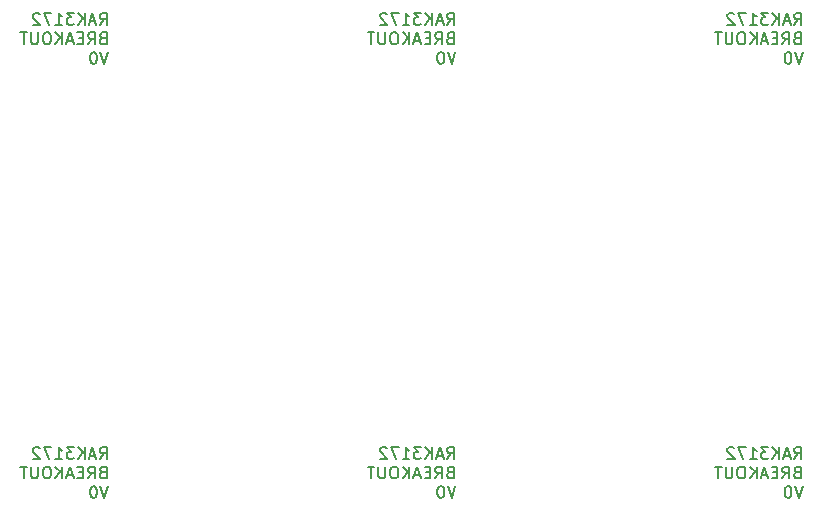
<source format=gbr>
G04 #@! TF.GenerationSoftware,KiCad,Pcbnew,5.1.5+dfsg1-2build2*
G04 #@! TF.CreationDate,2022-03-02T16:34:00-05:00*
G04 #@! TF.ProjectId,,58585858-5858-4585-9858-585858585858,rev?*
G04 #@! TF.SameCoordinates,Original*
G04 #@! TF.FileFunction,Legend,Bot*
G04 #@! TF.FilePolarity,Positive*
%FSLAX46Y46*%
G04 Gerber Fmt 4.6, Leading zero omitted, Abs format (unit mm)*
G04 Created by KiCad (PCBNEW 5.1.5+dfsg1-2build2) date 2022-03-02 16:34:00*
%MOMM*%
%LPD*%
G04 APERTURE LIST*
%ADD10C,0.150000*%
G04 APERTURE END LIST*
D10*
X143287776Y-114022980D02*
X143621109Y-113546790D01*
X143859204Y-114022980D02*
X143859204Y-113022980D01*
X143478252Y-113022980D01*
X143383014Y-113070600D01*
X143335395Y-113118219D01*
X143287776Y-113213457D01*
X143287776Y-113356314D01*
X143335395Y-113451552D01*
X143383014Y-113499171D01*
X143478252Y-113546790D01*
X143859204Y-113546790D01*
X142906823Y-113737266D02*
X142430633Y-113737266D01*
X143002061Y-114022980D02*
X142668728Y-113022980D01*
X142335395Y-114022980D01*
X142002061Y-114022980D02*
X142002061Y-113022980D01*
X141430633Y-114022980D02*
X141859204Y-113451552D01*
X141430633Y-113022980D02*
X142002061Y-113594409D01*
X141097300Y-113022980D02*
X140478252Y-113022980D01*
X140811585Y-113403933D01*
X140668728Y-113403933D01*
X140573490Y-113451552D01*
X140525871Y-113499171D01*
X140478252Y-113594409D01*
X140478252Y-113832504D01*
X140525871Y-113927742D01*
X140573490Y-113975361D01*
X140668728Y-114022980D01*
X140954442Y-114022980D01*
X141049680Y-113975361D01*
X141097300Y-113927742D01*
X139525871Y-114022980D02*
X140097300Y-114022980D01*
X139811585Y-114022980D02*
X139811585Y-113022980D01*
X139906823Y-113165838D01*
X140002061Y-113261076D01*
X140097300Y-113308695D01*
X139192538Y-113022980D02*
X138525871Y-113022980D01*
X138954442Y-114022980D01*
X138192538Y-113118219D02*
X138144919Y-113070600D01*
X138049680Y-113022980D01*
X137811585Y-113022980D01*
X137716347Y-113070600D01*
X137668728Y-113118219D01*
X137621109Y-113213457D01*
X137621109Y-113308695D01*
X137668728Y-113451552D01*
X138240157Y-114022980D01*
X137621109Y-114022980D01*
X143525871Y-115149171D02*
X143383014Y-115196790D01*
X143335395Y-115244409D01*
X143287776Y-115339647D01*
X143287776Y-115482504D01*
X143335395Y-115577742D01*
X143383014Y-115625361D01*
X143478252Y-115672980D01*
X143859204Y-115672980D01*
X143859204Y-114672980D01*
X143525871Y-114672980D01*
X143430633Y-114720600D01*
X143383014Y-114768219D01*
X143335395Y-114863457D01*
X143335395Y-114958695D01*
X143383014Y-115053933D01*
X143430633Y-115101552D01*
X143525871Y-115149171D01*
X143859204Y-115149171D01*
X142287776Y-115672980D02*
X142621109Y-115196790D01*
X142859204Y-115672980D02*
X142859204Y-114672980D01*
X142478252Y-114672980D01*
X142383014Y-114720600D01*
X142335395Y-114768219D01*
X142287776Y-114863457D01*
X142287776Y-115006314D01*
X142335395Y-115101552D01*
X142383014Y-115149171D01*
X142478252Y-115196790D01*
X142859204Y-115196790D01*
X141859204Y-115149171D02*
X141525871Y-115149171D01*
X141383014Y-115672980D02*
X141859204Y-115672980D01*
X141859204Y-114672980D01*
X141383014Y-114672980D01*
X141002061Y-115387266D02*
X140525871Y-115387266D01*
X141097300Y-115672980D02*
X140763966Y-114672980D01*
X140430633Y-115672980D01*
X140097300Y-115672980D02*
X140097300Y-114672980D01*
X139525871Y-115672980D02*
X139954442Y-115101552D01*
X139525871Y-114672980D02*
X140097300Y-115244409D01*
X138906823Y-114672980D02*
X138716347Y-114672980D01*
X138621109Y-114720600D01*
X138525871Y-114815838D01*
X138478252Y-115006314D01*
X138478252Y-115339647D01*
X138525871Y-115530123D01*
X138621109Y-115625361D01*
X138716347Y-115672980D01*
X138906823Y-115672980D01*
X139002061Y-115625361D01*
X139097300Y-115530123D01*
X139144919Y-115339647D01*
X139144919Y-115006314D01*
X139097300Y-114815838D01*
X139002061Y-114720600D01*
X138906823Y-114672980D01*
X138049680Y-114672980D02*
X138049680Y-115482504D01*
X138002061Y-115577742D01*
X137954442Y-115625361D01*
X137859204Y-115672980D01*
X137668728Y-115672980D01*
X137573490Y-115625361D01*
X137525871Y-115577742D01*
X137478252Y-115482504D01*
X137478252Y-114672980D01*
X137144919Y-114672980D02*
X136573490Y-114672980D01*
X136859204Y-115672980D02*
X136859204Y-114672980D01*
X144002061Y-116322980D02*
X143668728Y-117322980D01*
X143335395Y-116322980D01*
X142811585Y-116322980D02*
X142716347Y-116322980D01*
X142621109Y-116370600D01*
X142573490Y-116418219D01*
X142525871Y-116513457D01*
X142478252Y-116703933D01*
X142478252Y-116942028D01*
X142525871Y-117132504D01*
X142573490Y-117227742D01*
X142621109Y-117275361D01*
X142716347Y-117322980D01*
X142811585Y-117322980D01*
X142906823Y-117275361D01*
X142954442Y-117227742D01*
X143002061Y-117132504D01*
X143049680Y-116942028D01*
X143049680Y-116703933D01*
X143002061Y-116513457D01*
X142954442Y-116418219D01*
X142906823Y-116370600D01*
X142811585Y-116322980D01*
X113887776Y-114022980D02*
X114221109Y-113546790D01*
X114459204Y-114022980D02*
X114459204Y-113022980D01*
X114078252Y-113022980D01*
X113983014Y-113070600D01*
X113935395Y-113118219D01*
X113887776Y-113213457D01*
X113887776Y-113356314D01*
X113935395Y-113451552D01*
X113983014Y-113499171D01*
X114078252Y-113546790D01*
X114459204Y-113546790D01*
X113506823Y-113737266D02*
X113030633Y-113737266D01*
X113602061Y-114022980D02*
X113268728Y-113022980D01*
X112935395Y-114022980D01*
X112602061Y-114022980D02*
X112602061Y-113022980D01*
X112030633Y-114022980D02*
X112459204Y-113451552D01*
X112030633Y-113022980D02*
X112602061Y-113594409D01*
X111697300Y-113022980D02*
X111078252Y-113022980D01*
X111411585Y-113403933D01*
X111268728Y-113403933D01*
X111173490Y-113451552D01*
X111125871Y-113499171D01*
X111078252Y-113594409D01*
X111078252Y-113832504D01*
X111125871Y-113927742D01*
X111173490Y-113975361D01*
X111268728Y-114022980D01*
X111554442Y-114022980D01*
X111649680Y-113975361D01*
X111697300Y-113927742D01*
X110125871Y-114022980D02*
X110697300Y-114022980D01*
X110411585Y-114022980D02*
X110411585Y-113022980D01*
X110506823Y-113165838D01*
X110602061Y-113261076D01*
X110697300Y-113308695D01*
X109792538Y-113022980D02*
X109125871Y-113022980D01*
X109554442Y-114022980D01*
X108792538Y-113118219D02*
X108744919Y-113070600D01*
X108649680Y-113022980D01*
X108411585Y-113022980D01*
X108316347Y-113070600D01*
X108268728Y-113118219D01*
X108221109Y-113213457D01*
X108221109Y-113308695D01*
X108268728Y-113451552D01*
X108840157Y-114022980D01*
X108221109Y-114022980D01*
X114125871Y-115149171D02*
X113983014Y-115196790D01*
X113935395Y-115244409D01*
X113887776Y-115339647D01*
X113887776Y-115482504D01*
X113935395Y-115577742D01*
X113983014Y-115625361D01*
X114078252Y-115672980D01*
X114459204Y-115672980D01*
X114459204Y-114672980D01*
X114125871Y-114672980D01*
X114030633Y-114720600D01*
X113983014Y-114768219D01*
X113935395Y-114863457D01*
X113935395Y-114958695D01*
X113983014Y-115053933D01*
X114030633Y-115101552D01*
X114125871Y-115149171D01*
X114459204Y-115149171D01*
X112887776Y-115672980D02*
X113221109Y-115196790D01*
X113459204Y-115672980D02*
X113459204Y-114672980D01*
X113078252Y-114672980D01*
X112983014Y-114720600D01*
X112935395Y-114768219D01*
X112887776Y-114863457D01*
X112887776Y-115006314D01*
X112935395Y-115101552D01*
X112983014Y-115149171D01*
X113078252Y-115196790D01*
X113459204Y-115196790D01*
X112459204Y-115149171D02*
X112125871Y-115149171D01*
X111983014Y-115672980D02*
X112459204Y-115672980D01*
X112459204Y-114672980D01*
X111983014Y-114672980D01*
X111602061Y-115387266D02*
X111125871Y-115387266D01*
X111697300Y-115672980D02*
X111363966Y-114672980D01*
X111030633Y-115672980D01*
X110697300Y-115672980D02*
X110697300Y-114672980D01*
X110125871Y-115672980D02*
X110554442Y-115101552D01*
X110125871Y-114672980D02*
X110697300Y-115244409D01*
X109506823Y-114672980D02*
X109316347Y-114672980D01*
X109221109Y-114720600D01*
X109125871Y-114815838D01*
X109078252Y-115006314D01*
X109078252Y-115339647D01*
X109125871Y-115530123D01*
X109221109Y-115625361D01*
X109316347Y-115672980D01*
X109506823Y-115672980D01*
X109602061Y-115625361D01*
X109697300Y-115530123D01*
X109744919Y-115339647D01*
X109744919Y-115006314D01*
X109697300Y-114815838D01*
X109602061Y-114720600D01*
X109506823Y-114672980D01*
X108649680Y-114672980D02*
X108649680Y-115482504D01*
X108602061Y-115577742D01*
X108554442Y-115625361D01*
X108459204Y-115672980D01*
X108268728Y-115672980D01*
X108173490Y-115625361D01*
X108125871Y-115577742D01*
X108078252Y-115482504D01*
X108078252Y-114672980D01*
X107744919Y-114672980D02*
X107173490Y-114672980D01*
X107459204Y-115672980D02*
X107459204Y-114672980D01*
X114602061Y-116322980D02*
X114268728Y-117322980D01*
X113935395Y-116322980D01*
X113411585Y-116322980D02*
X113316347Y-116322980D01*
X113221109Y-116370600D01*
X113173490Y-116418219D01*
X113125871Y-116513457D01*
X113078252Y-116703933D01*
X113078252Y-116942028D01*
X113125871Y-117132504D01*
X113173490Y-117227742D01*
X113221109Y-117275361D01*
X113316347Y-117322980D01*
X113411585Y-117322980D01*
X113506823Y-117275361D01*
X113554442Y-117227742D01*
X113602061Y-117132504D01*
X113649680Y-116942028D01*
X113649680Y-116703933D01*
X113602061Y-116513457D01*
X113554442Y-116418219D01*
X113506823Y-116370600D01*
X113411585Y-116322980D01*
X84487776Y-114022980D02*
X84821109Y-113546790D01*
X85059204Y-114022980D02*
X85059204Y-113022980D01*
X84678252Y-113022980D01*
X84583014Y-113070600D01*
X84535395Y-113118219D01*
X84487776Y-113213457D01*
X84487776Y-113356314D01*
X84535395Y-113451552D01*
X84583014Y-113499171D01*
X84678252Y-113546790D01*
X85059204Y-113546790D01*
X84106823Y-113737266D02*
X83630633Y-113737266D01*
X84202061Y-114022980D02*
X83868728Y-113022980D01*
X83535395Y-114022980D01*
X83202061Y-114022980D02*
X83202061Y-113022980D01*
X82630633Y-114022980D02*
X83059204Y-113451552D01*
X82630633Y-113022980D02*
X83202061Y-113594409D01*
X82297300Y-113022980D02*
X81678252Y-113022980D01*
X82011585Y-113403933D01*
X81868728Y-113403933D01*
X81773490Y-113451552D01*
X81725871Y-113499171D01*
X81678252Y-113594409D01*
X81678252Y-113832504D01*
X81725871Y-113927742D01*
X81773490Y-113975361D01*
X81868728Y-114022980D01*
X82154442Y-114022980D01*
X82249680Y-113975361D01*
X82297300Y-113927742D01*
X80725871Y-114022980D02*
X81297300Y-114022980D01*
X81011585Y-114022980D02*
X81011585Y-113022980D01*
X81106823Y-113165838D01*
X81202061Y-113261076D01*
X81297300Y-113308695D01*
X80392538Y-113022980D02*
X79725871Y-113022980D01*
X80154442Y-114022980D01*
X79392538Y-113118219D02*
X79344919Y-113070600D01*
X79249680Y-113022980D01*
X79011585Y-113022980D01*
X78916347Y-113070600D01*
X78868728Y-113118219D01*
X78821109Y-113213457D01*
X78821109Y-113308695D01*
X78868728Y-113451552D01*
X79440157Y-114022980D01*
X78821109Y-114022980D01*
X84725871Y-115149171D02*
X84583014Y-115196790D01*
X84535395Y-115244409D01*
X84487776Y-115339647D01*
X84487776Y-115482504D01*
X84535395Y-115577742D01*
X84583014Y-115625361D01*
X84678252Y-115672980D01*
X85059204Y-115672980D01*
X85059204Y-114672980D01*
X84725871Y-114672980D01*
X84630633Y-114720600D01*
X84583014Y-114768219D01*
X84535395Y-114863457D01*
X84535395Y-114958695D01*
X84583014Y-115053933D01*
X84630633Y-115101552D01*
X84725871Y-115149171D01*
X85059204Y-115149171D01*
X83487776Y-115672980D02*
X83821109Y-115196790D01*
X84059204Y-115672980D02*
X84059204Y-114672980D01*
X83678252Y-114672980D01*
X83583014Y-114720600D01*
X83535395Y-114768219D01*
X83487776Y-114863457D01*
X83487776Y-115006314D01*
X83535395Y-115101552D01*
X83583014Y-115149171D01*
X83678252Y-115196790D01*
X84059204Y-115196790D01*
X83059204Y-115149171D02*
X82725871Y-115149171D01*
X82583014Y-115672980D02*
X83059204Y-115672980D01*
X83059204Y-114672980D01*
X82583014Y-114672980D01*
X82202061Y-115387266D02*
X81725871Y-115387266D01*
X82297300Y-115672980D02*
X81963966Y-114672980D01*
X81630633Y-115672980D01*
X81297300Y-115672980D02*
X81297300Y-114672980D01*
X80725871Y-115672980D02*
X81154442Y-115101552D01*
X80725871Y-114672980D02*
X81297300Y-115244409D01*
X80106823Y-114672980D02*
X79916347Y-114672980D01*
X79821109Y-114720600D01*
X79725871Y-114815838D01*
X79678252Y-115006314D01*
X79678252Y-115339647D01*
X79725871Y-115530123D01*
X79821109Y-115625361D01*
X79916347Y-115672980D01*
X80106823Y-115672980D01*
X80202061Y-115625361D01*
X80297300Y-115530123D01*
X80344919Y-115339647D01*
X80344919Y-115006314D01*
X80297300Y-114815838D01*
X80202061Y-114720600D01*
X80106823Y-114672980D01*
X79249680Y-114672980D02*
X79249680Y-115482504D01*
X79202061Y-115577742D01*
X79154442Y-115625361D01*
X79059204Y-115672980D01*
X78868728Y-115672980D01*
X78773490Y-115625361D01*
X78725871Y-115577742D01*
X78678252Y-115482504D01*
X78678252Y-114672980D01*
X78344919Y-114672980D02*
X77773490Y-114672980D01*
X78059204Y-115672980D02*
X78059204Y-114672980D01*
X85202061Y-116322980D02*
X84868728Y-117322980D01*
X84535395Y-116322980D01*
X84011585Y-116322980D02*
X83916347Y-116322980D01*
X83821109Y-116370600D01*
X83773490Y-116418219D01*
X83725871Y-116513457D01*
X83678252Y-116703933D01*
X83678252Y-116942028D01*
X83725871Y-117132504D01*
X83773490Y-117227742D01*
X83821109Y-117275361D01*
X83916347Y-117322980D01*
X84011585Y-117322980D01*
X84106823Y-117275361D01*
X84154442Y-117227742D01*
X84202061Y-117132504D01*
X84249680Y-116942028D01*
X84249680Y-116703933D01*
X84202061Y-116513457D01*
X84154442Y-116418219D01*
X84106823Y-116370600D01*
X84011585Y-116322980D01*
X143287776Y-77262980D02*
X143621109Y-76786790D01*
X143859204Y-77262980D02*
X143859204Y-76262980D01*
X143478252Y-76262980D01*
X143383014Y-76310600D01*
X143335395Y-76358219D01*
X143287776Y-76453457D01*
X143287776Y-76596314D01*
X143335395Y-76691552D01*
X143383014Y-76739171D01*
X143478252Y-76786790D01*
X143859204Y-76786790D01*
X142906823Y-76977266D02*
X142430633Y-76977266D01*
X143002061Y-77262980D02*
X142668728Y-76262980D01*
X142335395Y-77262980D01*
X142002061Y-77262980D02*
X142002061Y-76262980D01*
X141430633Y-77262980D02*
X141859204Y-76691552D01*
X141430633Y-76262980D02*
X142002061Y-76834409D01*
X141097300Y-76262980D02*
X140478252Y-76262980D01*
X140811585Y-76643933D01*
X140668728Y-76643933D01*
X140573490Y-76691552D01*
X140525871Y-76739171D01*
X140478252Y-76834409D01*
X140478252Y-77072504D01*
X140525871Y-77167742D01*
X140573490Y-77215361D01*
X140668728Y-77262980D01*
X140954442Y-77262980D01*
X141049680Y-77215361D01*
X141097300Y-77167742D01*
X139525871Y-77262980D02*
X140097300Y-77262980D01*
X139811585Y-77262980D02*
X139811585Y-76262980D01*
X139906823Y-76405838D01*
X140002061Y-76501076D01*
X140097300Y-76548695D01*
X139192538Y-76262980D02*
X138525871Y-76262980D01*
X138954442Y-77262980D01*
X138192538Y-76358219D02*
X138144919Y-76310600D01*
X138049680Y-76262980D01*
X137811585Y-76262980D01*
X137716347Y-76310600D01*
X137668728Y-76358219D01*
X137621109Y-76453457D01*
X137621109Y-76548695D01*
X137668728Y-76691552D01*
X138240157Y-77262980D01*
X137621109Y-77262980D01*
X143525871Y-78389171D02*
X143383014Y-78436790D01*
X143335395Y-78484409D01*
X143287776Y-78579647D01*
X143287776Y-78722504D01*
X143335395Y-78817742D01*
X143383014Y-78865361D01*
X143478252Y-78912980D01*
X143859204Y-78912980D01*
X143859204Y-77912980D01*
X143525871Y-77912980D01*
X143430633Y-77960600D01*
X143383014Y-78008219D01*
X143335395Y-78103457D01*
X143335395Y-78198695D01*
X143383014Y-78293933D01*
X143430633Y-78341552D01*
X143525871Y-78389171D01*
X143859204Y-78389171D01*
X142287776Y-78912980D02*
X142621109Y-78436790D01*
X142859204Y-78912980D02*
X142859204Y-77912980D01*
X142478252Y-77912980D01*
X142383014Y-77960600D01*
X142335395Y-78008219D01*
X142287776Y-78103457D01*
X142287776Y-78246314D01*
X142335395Y-78341552D01*
X142383014Y-78389171D01*
X142478252Y-78436790D01*
X142859204Y-78436790D01*
X141859204Y-78389171D02*
X141525871Y-78389171D01*
X141383014Y-78912980D02*
X141859204Y-78912980D01*
X141859204Y-77912980D01*
X141383014Y-77912980D01*
X141002061Y-78627266D02*
X140525871Y-78627266D01*
X141097300Y-78912980D02*
X140763966Y-77912980D01*
X140430633Y-78912980D01*
X140097300Y-78912980D02*
X140097300Y-77912980D01*
X139525871Y-78912980D02*
X139954442Y-78341552D01*
X139525871Y-77912980D02*
X140097300Y-78484409D01*
X138906823Y-77912980D02*
X138716347Y-77912980D01*
X138621109Y-77960600D01*
X138525871Y-78055838D01*
X138478252Y-78246314D01*
X138478252Y-78579647D01*
X138525871Y-78770123D01*
X138621109Y-78865361D01*
X138716347Y-78912980D01*
X138906823Y-78912980D01*
X139002061Y-78865361D01*
X139097300Y-78770123D01*
X139144919Y-78579647D01*
X139144919Y-78246314D01*
X139097300Y-78055838D01*
X139002061Y-77960600D01*
X138906823Y-77912980D01*
X138049680Y-77912980D02*
X138049680Y-78722504D01*
X138002061Y-78817742D01*
X137954442Y-78865361D01*
X137859204Y-78912980D01*
X137668728Y-78912980D01*
X137573490Y-78865361D01*
X137525871Y-78817742D01*
X137478252Y-78722504D01*
X137478252Y-77912980D01*
X137144919Y-77912980D02*
X136573490Y-77912980D01*
X136859204Y-78912980D02*
X136859204Y-77912980D01*
X144002061Y-79562980D02*
X143668728Y-80562980D01*
X143335395Y-79562980D01*
X142811585Y-79562980D02*
X142716347Y-79562980D01*
X142621109Y-79610600D01*
X142573490Y-79658219D01*
X142525871Y-79753457D01*
X142478252Y-79943933D01*
X142478252Y-80182028D01*
X142525871Y-80372504D01*
X142573490Y-80467742D01*
X142621109Y-80515361D01*
X142716347Y-80562980D01*
X142811585Y-80562980D01*
X142906823Y-80515361D01*
X142954442Y-80467742D01*
X143002061Y-80372504D01*
X143049680Y-80182028D01*
X143049680Y-79943933D01*
X143002061Y-79753457D01*
X142954442Y-79658219D01*
X142906823Y-79610600D01*
X142811585Y-79562980D01*
X113887776Y-77262980D02*
X114221109Y-76786790D01*
X114459204Y-77262980D02*
X114459204Y-76262980D01*
X114078252Y-76262980D01*
X113983014Y-76310600D01*
X113935395Y-76358219D01*
X113887776Y-76453457D01*
X113887776Y-76596314D01*
X113935395Y-76691552D01*
X113983014Y-76739171D01*
X114078252Y-76786790D01*
X114459204Y-76786790D01*
X113506823Y-76977266D02*
X113030633Y-76977266D01*
X113602061Y-77262980D02*
X113268728Y-76262980D01*
X112935395Y-77262980D01*
X112602061Y-77262980D02*
X112602061Y-76262980D01*
X112030633Y-77262980D02*
X112459204Y-76691552D01*
X112030633Y-76262980D02*
X112602061Y-76834409D01*
X111697300Y-76262980D02*
X111078252Y-76262980D01*
X111411585Y-76643933D01*
X111268728Y-76643933D01*
X111173490Y-76691552D01*
X111125871Y-76739171D01*
X111078252Y-76834409D01*
X111078252Y-77072504D01*
X111125871Y-77167742D01*
X111173490Y-77215361D01*
X111268728Y-77262980D01*
X111554442Y-77262980D01*
X111649680Y-77215361D01*
X111697300Y-77167742D01*
X110125871Y-77262980D02*
X110697300Y-77262980D01*
X110411585Y-77262980D02*
X110411585Y-76262980D01*
X110506823Y-76405838D01*
X110602061Y-76501076D01*
X110697300Y-76548695D01*
X109792538Y-76262980D02*
X109125871Y-76262980D01*
X109554442Y-77262980D01*
X108792538Y-76358219D02*
X108744919Y-76310600D01*
X108649680Y-76262980D01*
X108411585Y-76262980D01*
X108316347Y-76310600D01*
X108268728Y-76358219D01*
X108221109Y-76453457D01*
X108221109Y-76548695D01*
X108268728Y-76691552D01*
X108840157Y-77262980D01*
X108221109Y-77262980D01*
X114125871Y-78389171D02*
X113983014Y-78436790D01*
X113935395Y-78484409D01*
X113887776Y-78579647D01*
X113887776Y-78722504D01*
X113935395Y-78817742D01*
X113983014Y-78865361D01*
X114078252Y-78912980D01*
X114459204Y-78912980D01*
X114459204Y-77912980D01*
X114125871Y-77912980D01*
X114030633Y-77960600D01*
X113983014Y-78008219D01*
X113935395Y-78103457D01*
X113935395Y-78198695D01*
X113983014Y-78293933D01*
X114030633Y-78341552D01*
X114125871Y-78389171D01*
X114459204Y-78389171D01*
X112887776Y-78912980D02*
X113221109Y-78436790D01*
X113459204Y-78912980D02*
X113459204Y-77912980D01*
X113078252Y-77912980D01*
X112983014Y-77960600D01*
X112935395Y-78008219D01*
X112887776Y-78103457D01*
X112887776Y-78246314D01*
X112935395Y-78341552D01*
X112983014Y-78389171D01*
X113078252Y-78436790D01*
X113459204Y-78436790D01*
X112459204Y-78389171D02*
X112125871Y-78389171D01*
X111983014Y-78912980D02*
X112459204Y-78912980D01*
X112459204Y-77912980D01*
X111983014Y-77912980D01*
X111602061Y-78627266D02*
X111125871Y-78627266D01*
X111697300Y-78912980D02*
X111363966Y-77912980D01*
X111030633Y-78912980D01*
X110697300Y-78912980D02*
X110697300Y-77912980D01*
X110125871Y-78912980D02*
X110554442Y-78341552D01*
X110125871Y-77912980D02*
X110697300Y-78484409D01*
X109506823Y-77912980D02*
X109316347Y-77912980D01*
X109221109Y-77960600D01*
X109125871Y-78055838D01*
X109078252Y-78246314D01*
X109078252Y-78579647D01*
X109125871Y-78770123D01*
X109221109Y-78865361D01*
X109316347Y-78912980D01*
X109506823Y-78912980D01*
X109602061Y-78865361D01*
X109697300Y-78770123D01*
X109744919Y-78579647D01*
X109744919Y-78246314D01*
X109697300Y-78055838D01*
X109602061Y-77960600D01*
X109506823Y-77912980D01*
X108649680Y-77912980D02*
X108649680Y-78722504D01*
X108602061Y-78817742D01*
X108554442Y-78865361D01*
X108459204Y-78912980D01*
X108268728Y-78912980D01*
X108173490Y-78865361D01*
X108125871Y-78817742D01*
X108078252Y-78722504D01*
X108078252Y-77912980D01*
X107744919Y-77912980D02*
X107173490Y-77912980D01*
X107459204Y-78912980D02*
X107459204Y-77912980D01*
X114602061Y-79562980D02*
X114268728Y-80562980D01*
X113935395Y-79562980D01*
X113411585Y-79562980D02*
X113316347Y-79562980D01*
X113221109Y-79610600D01*
X113173490Y-79658219D01*
X113125871Y-79753457D01*
X113078252Y-79943933D01*
X113078252Y-80182028D01*
X113125871Y-80372504D01*
X113173490Y-80467742D01*
X113221109Y-80515361D01*
X113316347Y-80562980D01*
X113411585Y-80562980D01*
X113506823Y-80515361D01*
X113554442Y-80467742D01*
X113602061Y-80372504D01*
X113649680Y-80182028D01*
X113649680Y-79943933D01*
X113602061Y-79753457D01*
X113554442Y-79658219D01*
X113506823Y-79610600D01*
X113411585Y-79562980D01*
X84487776Y-77262980D02*
X84821109Y-76786790D01*
X85059204Y-77262980D02*
X85059204Y-76262980D01*
X84678252Y-76262980D01*
X84583014Y-76310600D01*
X84535395Y-76358219D01*
X84487776Y-76453457D01*
X84487776Y-76596314D01*
X84535395Y-76691552D01*
X84583014Y-76739171D01*
X84678252Y-76786790D01*
X85059204Y-76786790D01*
X84106823Y-76977266D02*
X83630633Y-76977266D01*
X84202061Y-77262980D02*
X83868728Y-76262980D01*
X83535395Y-77262980D01*
X83202061Y-77262980D02*
X83202061Y-76262980D01*
X82630633Y-77262980D02*
X83059204Y-76691552D01*
X82630633Y-76262980D02*
X83202061Y-76834409D01*
X82297300Y-76262980D02*
X81678252Y-76262980D01*
X82011585Y-76643933D01*
X81868728Y-76643933D01*
X81773490Y-76691552D01*
X81725871Y-76739171D01*
X81678252Y-76834409D01*
X81678252Y-77072504D01*
X81725871Y-77167742D01*
X81773490Y-77215361D01*
X81868728Y-77262980D01*
X82154442Y-77262980D01*
X82249680Y-77215361D01*
X82297300Y-77167742D01*
X80725871Y-77262980D02*
X81297300Y-77262980D01*
X81011585Y-77262980D02*
X81011585Y-76262980D01*
X81106823Y-76405838D01*
X81202061Y-76501076D01*
X81297300Y-76548695D01*
X80392538Y-76262980D02*
X79725871Y-76262980D01*
X80154442Y-77262980D01*
X79392538Y-76358219D02*
X79344919Y-76310600D01*
X79249680Y-76262980D01*
X79011585Y-76262980D01*
X78916347Y-76310600D01*
X78868728Y-76358219D01*
X78821109Y-76453457D01*
X78821109Y-76548695D01*
X78868728Y-76691552D01*
X79440157Y-77262980D01*
X78821109Y-77262980D01*
X84725871Y-78389171D02*
X84583014Y-78436790D01*
X84535395Y-78484409D01*
X84487776Y-78579647D01*
X84487776Y-78722504D01*
X84535395Y-78817742D01*
X84583014Y-78865361D01*
X84678252Y-78912980D01*
X85059204Y-78912980D01*
X85059204Y-77912980D01*
X84725871Y-77912980D01*
X84630633Y-77960600D01*
X84583014Y-78008219D01*
X84535395Y-78103457D01*
X84535395Y-78198695D01*
X84583014Y-78293933D01*
X84630633Y-78341552D01*
X84725871Y-78389171D01*
X85059204Y-78389171D01*
X83487776Y-78912980D02*
X83821109Y-78436790D01*
X84059204Y-78912980D02*
X84059204Y-77912980D01*
X83678252Y-77912980D01*
X83583014Y-77960600D01*
X83535395Y-78008219D01*
X83487776Y-78103457D01*
X83487776Y-78246314D01*
X83535395Y-78341552D01*
X83583014Y-78389171D01*
X83678252Y-78436790D01*
X84059204Y-78436790D01*
X83059204Y-78389171D02*
X82725871Y-78389171D01*
X82583014Y-78912980D02*
X83059204Y-78912980D01*
X83059204Y-77912980D01*
X82583014Y-77912980D01*
X82202061Y-78627266D02*
X81725871Y-78627266D01*
X82297300Y-78912980D02*
X81963966Y-77912980D01*
X81630633Y-78912980D01*
X81297300Y-78912980D02*
X81297300Y-77912980D01*
X80725871Y-78912980D02*
X81154442Y-78341552D01*
X80725871Y-77912980D02*
X81297300Y-78484409D01*
X80106823Y-77912980D02*
X79916347Y-77912980D01*
X79821109Y-77960600D01*
X79725871Y-78055838D01*
X79678252Y-78246314D01*
X79678252Y-78579647D01*
X79725871Y-78770123D01*
X79821109Y-78865361D01*
X79916347Y-78912980D01*
X80106823Y-78912980D01*
X80202061Y-78865361D01*
X80297300Y-78770123D01*
X80344919Y-78579647D01*
X80344919Y-78246314D01*
X80297300Y-78055838D01*
X80202061Y-77960600D01*
X80106823Y-77912980D01*
X79249680Y-77912980D02*
X79249680Y-78722504D01*
X79202061Y-78817742D01*
X79154442Y-78865361D01*
X79059204Y-78912980D01*
X78868728Y-78912980D01*
X78773490Y-78865361D01*
X78725871Y-78817742D01*
X78678252Y-78722504D01*
X78678252Y-77912980D01*
X78344919Y-77912980D02*
X77773490Y-77912980D01*
X78059204Y-78912980D02*
X78059204Y-77912980D01*
X85202061Y-79562980D02*
X84868728Y-80562980D01*
X84535395Y-79562980D01*
X84011585Y-79562980D02*
X83916347Y-79562980D01*
X83821109Y-79610600D01*
X83773490Y-79658219D01*
X83725871Y-79753457D01*
X83678252Y-79943933D01*
X83678252Y-80182028D01*
X83725871Y-80372504D01*
X83773490Y-80467742D01*
X83821109Y-80515361D01*
X83916347Y-80562980D01*
X84011585Y-80562980D01*
X84106823Y-80515361D01*
X84154442Y-80467742D01*
X84202061Y-80372504D01*
X84249680Y-80182028D01*
X84249680Y-79943933D01*
X84202061Y-79753457D01*
X84154442Y-79658219D01*
X84106823Y-79610600D01*
X84011585Y-79562980D01*
M02*

</source>
